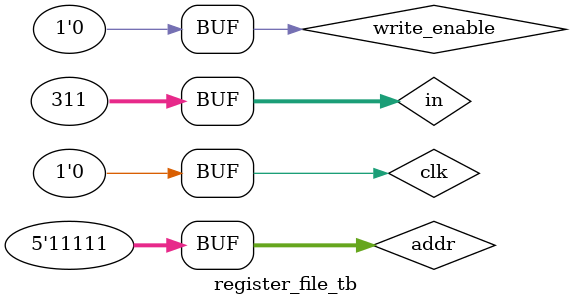
<source format=sv>
/**
 * Single-ported register file.
 */
module register_file #
        (parameter W = 32, parameter A = 5)
        (input clk, write_enable, input [0:A-1] read_addr_1, input [0:W-1] write_in_1,
         output reg [0:W-1] read_out_1);
    reg [0:W-1] registers[0:(1<<A)-1];

    always @ (posedge clk) begin
        if (read_addr_1 == 0) read_out_1 = 0; // register 0 is hardwired to 0, ignore writes
        else begin
            if (write_enable) registers[read_addr_1] = write_in_1;
            // read/forward the register value
            read_out_1 = registers[read_addr_1];
        end
    end
endmodule

module register_file_tb;
    reg clk, write_enable;
    reg [0:4] addr;
    reg [0:31] in;
    wire [0:31] out;

    register_file rf(clk, write_enable, addr, in, out);

    initial begin
        // initialize all registers with i*10, then try to read them out
        write_enable = 1;
        clk = 0;
        for (integer i = 0; i < 32; i++) begin
            addr = i;
            in = i * 10 + 1;
            clk = 1;
            #1 clk = 0;
        end

        write_enable = 0;
        for (integer i = 0; i < 32; i++) begin
            addr = i;
            clk = 1;
            $strobe("addr=%d, out=%d", addr, out);
            #1 clk = 0;
        end
    end
endmodule
</source>
